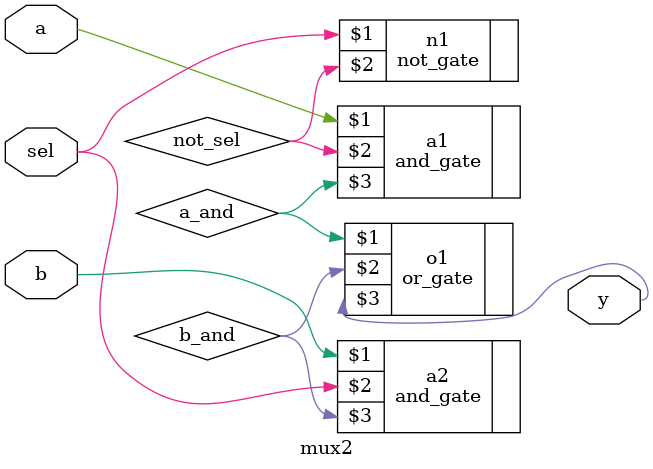
<source format=v>
`timescale 1ns / 1ps

module mux2 (
    input wire a,
    input wire b,
    input wire sel,
    output wire y
);
    wire not_sel, a_and, b_and;

    not_gate n1(sel, not_sel);

    and_gate a1(a, not_sel, a_and);
    and_gate a2(b, sel, b_and);

    or_gate o1(a_and, b_and, y);
endmodule

</source>
